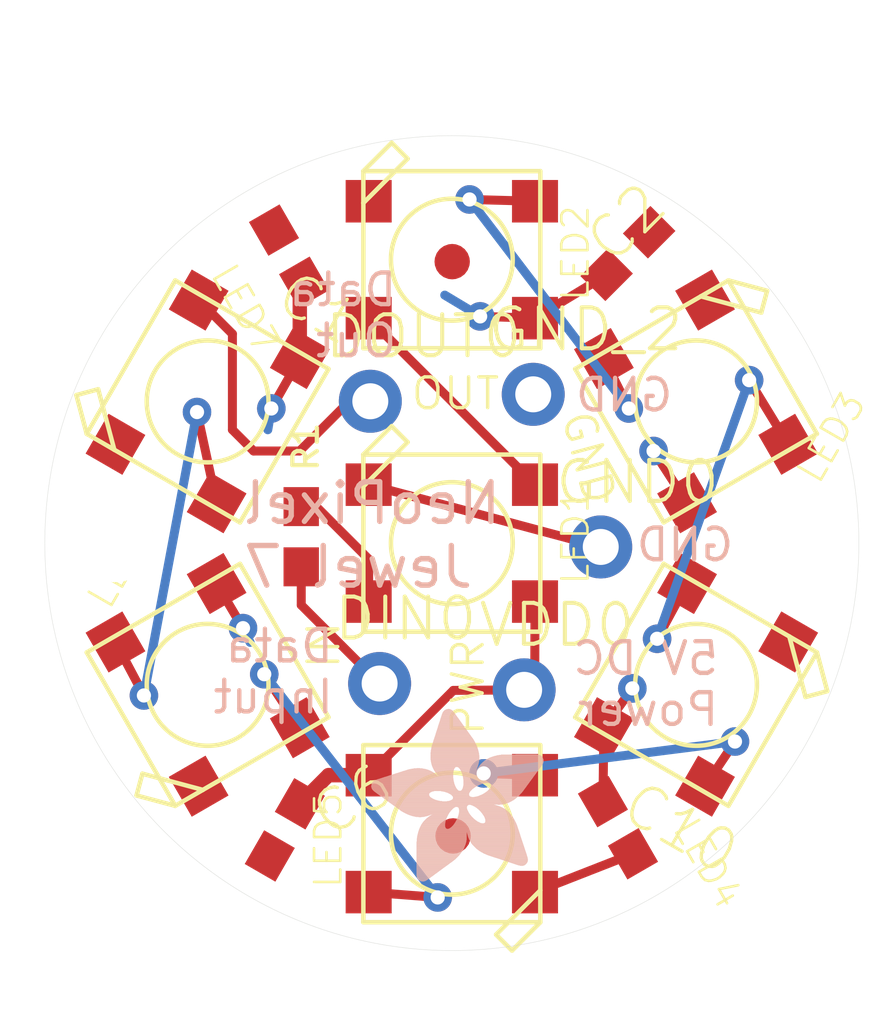
<source format=kicad_pcb>
(kicad_pcb (version 20211014) (generator pcbnew)
  (layers (0 "F.Cu" signal) (31 "B.Cu" signal) (34 "B.Paste" user) (35 "F.Paste" user) (36 "B.SilkS" user "B.Silkscreen") (37 "F.SilkS" user "F.Silkscreen") (38 "B.Mask" user) (39 "F.Mask" user) (44 "Edge.Cuts" user))
  (net 0 "")
  (net 1 "VDD")
  (net 2 "GND")
  (net 3 "N$1")
  (net 4 "N$2")
  (net 5 "N$3")
  (net 6 "N$4")
  (net 7 "N$5")
  (net 8 "N$6")
  (net 9 "N$13")
  (net 10 "N$12")
  (net 11 "N$7")
  (footprint "" (layer "F.Cu") (at 139.0011 105.0036)
    (fp_text reference "@HOLE1" hide)
    (fp_text value "" (at 0 0) (layer "F.SilkS") (effects (font (size 1.27 1.27))))
    (pad "" np_thru_hole circle (at 0 0) (size 2.2 2.2) (drill 2.2) (layers *.Cu *.Mask))
  )
  (footprint "boardEagle:WS2812B-NARROW" (layer "F.Cu") (at 148.5011 97.0036)
    (fp_text reference "LED2" (at 3.4925 -1.5875 90) (layer "F.SilkS") (effects (font (size 0.739648 0.739648) (thickness 0.073152)) (justify right)))
    (fp_text value "WS2812B5050" hide)
    (pad "1-VDD" smd rect (at 2.35 1.65 180) (size 1.3 1.2) (layers "F.Cu" "F.Paste" "F.Mask") (net 1 "VDD"))
    (pad "2-DOUT" smd rect (at 2.35 -1.65 180) (size 1.3 1.2) (layers "F.Cu" "F.Paste" "F.Mask") (net 4 "N$2"))
    (pad "3-GND" smd rect (at -2.35 -1.65 180) (size 1.3 1.2) (layers "F.Cu" "F.Paste" "F.Mask") (net 2 "GND"))
    (pad "4-DIN" smd rect (at -2.35 1.65 180) (size 1.3 1.2) (layers "F.Cu" "F.Paste" "F.Mask") (net 3 "N$1"))
  )
  (footprint "boardEagle:1X01-CLEANBIG" (layer "F.Cu") (at 146.460375 108.96644)
    (fp_text reference "DIN0" (at -1.3462 -1.8288) (layer "F.SilkS") (effects (font (size 1.1557 1.1557) (thickness 0.1143)) (justify left)))
    (fp_text value "")
    (pad "1" thru_hole circle (at 0 0) (size 1.778 1.778) (drill 1.016) (layers *.Cu *.Mask) (net 9 "N$13"))
  )
  (footprint "boardEagle:FIDUCIAL_1MM" (layer "F.Cu") (at 148.5361 113.2686)
    (fp_text reference "FID2" hide)
    (fp_text value "FIDUCIAL\"\"" hide)
    (pad "1" smd roundrect (at 0 0) (size 1 1) (layers "F.Cu" "F.Mask") (roundrect_rratio 0.5))
  )
  (footprint "boardEagle:C0603" (layer "F.Cu") (at 153.475446 96.829254 45)
    (fp_text reference "C2" (at -0.635002 -0.635002 45) (layer "F.SilkS") (effects (font (size 1.176528 1.176528) (thickness 0.093472)) (justify left)))
    (fp_text value "1uF")
    (pad "1" smd rect (at -0.85 0 45) (size 1.1 1) (layers "F.Cu" "F.Paste" "F.Mask") (net 1 "VDD"))
    (pad "2" smd rect (at 0.85 0 45) (size 1.1 1) (layers "F.Cu" "F.Paste" "F.Mask") (net 2 "GND"))
  )
  (footprint "boardEagle:WS2812B-NARROW" (layer "F.Cu") (at 155.4011 101.0036 -60)
    (fp_text reference "LED3" (at 3.492499 -1.587497 -120) (layer "F.SilkS") (effects (font (size 0.739648 0.739648) (thickness 0.073152)) (justify left)))
    (fp_text value "WS2812B5050" hide)
    (pad "1-VDD" smd rect (at 2.35 1.65 120) (size 1.3 1.2) (layers "F.Cu" "F.Paste" "F.Mask") (net 1 "VDD"))
    (pad "2-DOUT" smd rect (at 2.35 -1.65 120) (size 1.3 1.2) (layers "F.Cu" "F.Paste" "F.Mask") (net 5 "N$3"))
    (pad "3-GND" smd rect (at -2.35 -1.65 120) (size 1.3 1.2) (layers "F.Cu" "F.Paste" "F.Mask") (net 2 "GND"))
    (pad "4-DIN" smd rect (at -2.35 1.65 120) (size 1.3 1.2) (layers "F.Cu" "F.Paste" "F.Mask") (net 4 "N$2"))
  )
  (footprint "boardEagle:1X01-CLEANBIG" (layer "F.Cu") (at 150.8011 100.8036)
    (fp_text reference "GND_2" (at -1.3462 -1.8288) (layer "F.SilkS") (effects (font (size 1.1557 1.1557) (thickness 0.1143)) (justify left)))
    (fp_text value "")
    (pad "1" thru_hole circle (at 0 0) (size 1.778 1.778) (drill 1.016) (layers *.Cu *.Mask) (net 2 "GND"))
  )
  (footprint "boardEagle:1X01-CLEANBIG" (layer "F.Cu") (at 150.544165 109.1448)
    (fp_text reference "VDD0" (at -1.3462 -1.8288) (layer "F.SilkS") (effects (font (size 1.1557 1.1557) (thickness 0.1143)) (justify left)))
    (fp_text value "")
    (pad "1" thru_hole circle (at 0 0) (size 1.778 1.778) (drill 1.016) (layers *.Cu *.Mask) (net 1 "VDD"))
  )
  (footprint "boardEagle:WS2812B-NARROW" (layer "F.Cu") (at 141.6011 101.0036 60)
    (fp_text reference "LED7" (at 3.492498 -1.587495 -240) (layer "F.SilkS") (effects (font (size 0.739648 0.739648) (thickness 0.073152)) (justify left)))
    (fp_text value "WS2812B5050" hide)
    (pad "1-VDD" smd rect (at 2.35 1.65 240) (size 1.3 1.2) (layers "F.Cu" "F.Paste" "F.Mask") (net 1 "VDD"))
    (pad "2-DOUT" smd rect (at 2.35 -1.65 240) (size 1.3 1.2) (layers "F.Cu" "F.Paste" "F.Mask") (net 11 "N$7"))
    (pad "3-GND" smd rect (at -2.35 -1.65 240) (size 1.3 1.2) (layers "F.Cu" "F.Paste" "F.Mask") (net 2 "GND"))
    (pad "4-DIN" smd rect (at -2.35 1.65 240) (size 1.3 1.2) (layers "F.Cu" "F.Paste" "F.Mask") (net 8 "N$6"))
  )
  (footprint "" (layer "F.Cu") (at 158.0011 105.0036)
    (fp_text reference "@HOLE0" hide)
    (fp_text value "" (at 0 0) (layer "F.SilkS") (effects (font (size 1.27 1.27))))
    (pad "" np_thru_hole circle (at 0 0) (size 2.2 2.2) (drill 2.2) (layers *.Cu *.Mask))
  )
  (footprint "boardEagle:WS2812B-NARROW" (layer "F.Cu") (at 148.5011 113.2036 180)
    (fp_text reference "LED5" (at 3.4925 -1.5875 90) (layer "F.SilkS") (effects (font (size 0.739648 0.739648) (thickness 0.073152)) (justify left)))
    (fp_text value "WS2812B5050" hide)
    (pad "1-VDD" smd rect (at 2.35 1.65) (size 1.3 1.2) (layers "F.Cu" "F.Paste" "F.Mask") (net 1 "VDD"))
    (pad "2-DOUT" smd rect (at 2.35 -1.65) (size 1.3 1.2) (layers "F.Cu" "F.Paste" "F.Mask") (net 7 "N$5"))
    (pad "3-GND" smd rect (at -2.35 -1.65) (size 1.3 1.2) (layers "F.Cu" "F.Paste" "F.Mask") (net 2 "GND"))
    (pad "4-DIN" smd rect (at -2.35 1.65) (size 1.3 1.2) (layers "F.Cu" "F.Paste" "F.Mask") (net 6 "N$4"))
  )
  (footprint "boardEagle:1X01-CLEANBIG" (layer "F.Cu") (at 146.197707 100.999388)
    (fp_text reference "DOUT0" (at -1.3462 -1.8288) (layer "F.SilkS") (effects (font (size 1.1557 1.1557) (thickness 0.1143)) (justify left)))
    (fp_text value "")
    (pad "1" thru_hole circle (at 0 0) (size 1.778 1.778) (drill 1.016) (layers *.Cu *.Mask) (net 11 "N$7"))
  )
  (footprint "boardEagle:WS2812B-NARROW" (layer "F.Cu") (at 148.5011 105.0036)
    (fp_text reference "LED1" (at 3.4925 -1.5875 90) (layer "F.SilkS") (effects (font (size 0.739648 0.739648) (thickness 0.073152)) (justify right)))
    (fp_text value "WS2812B5050" hide)
    (pad "1-VDD" smd rect (at 2.35 1.65 180) (size 1.3 1.2) (layers "F.Cu" "F.Paste" "F.Mask") (net 1 "VDD"))
    (pad "2-DOUT" smd rect (at 2.35 -1.65 180) (size 1.3 1.2) (layers "F.Cu" "F.Paste" "F.Mask") (net 3 "N$1"))
    (pad "3-GND" smd rect (at -2.35 -1.65 180) (size 1.3 1.2) (layers "F.Cu" "F.Paste" "F.Mask") (net 2 "GND"))
    (pad "4-DIN" smd rect (at -2.35 1.65 180) (size 1.3 1.2) (layers "F.Cu" "F.Paste" "F.Mask") (net 10 "N$12"))
  )
  (footprint "boardEagle:FIDUCIAL_1MM" (layer "F.Cu") (at 148.5111 97.0586)
    (fp_text reference "FID1" hide)
    (fp_text value "FIDUCIAL\"\"" hide)
    (pad "1" smd roundrect (at 0 0) (size 1 1) (layers "F.Cu" "F.Mask") (roundrect_rratio 0.5))
  )
  (footprint "boardEagle:C0603" (layer "F.Cu") (at 143.9011 96.9036 120)
    (fp_text reference "C1" (at -0.635003 -0.635 -30) (layer "F.SilkS") (effects (font (size 1.176528 1.176528) (thickness 0.093472)) (justify left)))
    (fp_text value "1uF")
    (pad "1" smd rect (at -0.85 0 120) (size 1.1 1) (layers "F.Cu" "F.Paste" "F.Mask") (net 1 "VDD"))
    (pad "2" smd rect (at 0.85 0 120) (size 1.1 1) (layers "F.Cu" "F.Paste" "F.Mask") (net 2 "GND"))
  )
  (footprint "boardEagle:WS2812B-NARROW" (layer "F.Cu") (at 141.6011 109.0036 120)
    (fp_text reference "LED6" (at 3.492499 -1.587497 60) (layer "F.SilkS") (effects (font (size 0.739648 0.739648) (thickness 0.073152)) (justify left)))
    (fp_text value "WS2812B5050" hide)
    (pad "1-VDD" smd rect (at 2.35 1.65 300) (size 1.3 1.2) (layers "F.Cu" "F.Paste" "F.Mask") (net 1 "VDD"))
    (pad "2-DOUT" smd rect (at 2.35 -1.65 300) (size 1.3 1.2) (layers "F.Cu" "F.Paste" "F.Mask") (net 8 "N$6"))
    (pad "3-GND" smd rect (at -2.35 -1.65 300) (size 1.3 1.2) (layers "F.Cu" "F.Paste" "F.Mask") (net 2 "GND"))
    (pad "4-DIN" smd rect (at -2.35 1.65 300) (size 1.3 1.2) (layers "F.Cu" "F.Paste" "F.Mask") (net 7 "N$5"))
  )
  (footprint "boardEagle:C0603" (layer "F.Cu") (at 153.195093 113.035203 -60)
    (fp_text reference "C10" (at -0.635002 -0.635 -210) (layer "F.SilkS") (effects (font (size 1.176528 1.176528) (thickness 0.093472)) (justify left)))
    (fp_text value "1uF")
    (pad "1" smd rect (at -0.85 0 300) (size 1.1 1) (layers "F.Cu" "F.Paste" "F.Mask") (net 1 "VDD"))
    (pad "2" smd rect (at 0.85 0 300) (size 1.1 1) (layers "F.Cu" "F.Paste" "F.Mask") (net 2 "GND"))
  )
  (footprint "boardEagle:C0603" (layer "F.Cu") (at 143.78186 113.097568 -120)
    (fp_text reference "C6" (at -0.635003 -0.635001 -150) (layer "F.SilkS") (effects (font (size 1.176528 1.176528) (thickness 0.093472)) (justify left)))
    (fp_text value "1uF")
    (pad "1" smd rect (at -0.85 0 240) (size 1.1 1) (layers "F.Cu" "F.Paste" "F.Mask") (net 1 "VDD"))
    (pad "2" smd rect (at 0.85 0 240) (size 1.1 1) (layers "F.Cu" "F.Paste" "F.Mask") (net 2 "GND"))
  )
  (footprint "boardEagle:WS2812B-NARROW" (layer "F.Cu") (at 155.4011 109.0036 -120)
    (fp_text reference "LED4" (at 3.492498 -1.587495 -60) (layer "F.SilkS") (effects (font (size 0.739648 0.739648) (thickness 0.073152)) (justify left)))
    (fp_text value "WS2812B5050" hide)
    (pad "1-VDD" smd rect (at 2.35 1.65 60) (size 1.3 1.2) (layers "F.Cu" "F.Paste" "F.Mask") (net 1 "VDD"))
    (pad "2-DOUT" smd rect (at 2.35 -1.65 60) (size 1.3 1.2) (layers "F.Cu" "F.Paste" "F.Mask") (net 6 "N$4"))
    (pad "3-GND" smd rect (at -2.35 -1.65 60) (size 1.3 1.2) (layers "F.Cu" "F.Paste" "F.Mask") (net 2 "GND"))
    (pad "4-DIN" smd rect (at -2.35 1.65 60) (size 1.3 1.2) (layers "F.Cu" "F.Paste" "F.Mask") (net 5 "N$3"))
  )
  (footprint "boardEagle:0603-NO" (layer "F.Cu") (at 144.245929 104.822666 90)
    (fp_text reference "R1" (at 1.778 0.127 90) (layer "F.SilkS") (effects (font (size 0.692831 0.692831) (thickness 0.119969)) (justify left)))
    (fp_text value "470")
    (pad "1" smd rect (at -0.85 0 90) (size 1.1 1) (layers "F.Cu" "F.Paste" "F.Mask") (net 9 "N$13"))
    (pad "2" smd rect (at 0.85 0 90) (size 1.1 1) (layers "F.Cu" "F.Paste" "F.Mask") (net 10 "N$12"))
  )
  (footprint "boardEagle:1X01-CLEANBIG" (layer "F.Cu") (at 152.708237 105.111259)
    (fp_text reference "GND0" (at -1.3462 -1.828799) (layer "F.SilkS") (effects (font (size 1.1557 1.1557) (thickness 0.1143)) (justify left)))
    (fp_text value "")
    (pad "1" thru_hole circle (at 0 0) (size 1.778 1.778) (drill 1.016) (layers *.Cu *.Mask) (net 2 "GND"))
  )
  (footprint "boardEagle:ADAFRUIT_5MM" (layer "B.Cu") (at 151.0961 114.5506 180)
    (fp_text reference "U$3" hide)
    (fp_text value "" hide)
  )
  (gr_circle (center 148.5011 105.0036) (end 160.001534 105.0036) (layer "Edge.Cuts") (width 0.01) (fill none))
  (gr_text "Data\nOut" (at 147.0061 99.8136) (layer "B.SilkS") (effects (font (size 0.89408 0.89408) (thickness 0.12192)) (justify left bottom mirror)))
  (gr_text "GND" (at 154.8121 101.3466) (layer "B.SilkS") (effects (font (size 0.89408 0.89408) (thickness 0.12192)) (justify left bottom mirror)))
  (gr_text "NeoPixel\nJewel 7" (at 142.5321 103.2256) (layer "B.SilkS") (effects (font (size 1.1176 1.1176) (thickness 0.1524)) (justify right top mirror)))
  (gr_text "GND" (at 156.5311 105.5736) (layer "B.SilkS") (effects (font (size 0.89408 0.89408) (thickness 0.12192)) (justify left bottom mirror)))
  (gr_text "Data\nInput" (at 145.2161 109.8686) (layer "B.SilkS") (effects (font (size 0.89408 0.89408) (thickness 0.12192)) (justify left bottom mirror)))
  (gr_text "5V DC\nPower" (at 156.102831 110.220584) (layer "B.SilkS") (effects (font (size 0.89408 0.89408) (thickness 0.12192)) (justify left bottom mirror)))
  (gr_text "OUT" (at 147.29796 101.290307) (layer "F.SilkS") (effects (font (size 0.86868 0.86868) (thickness 0.09652)) (justify left bottom)))
  (gr_text "PWR" (at 148.450682 107.639606 90) (layer "F.SilkS") (effects (font (size 0.86868 0.86868) (thickness 0.09652)) (justify right top)))
  (gr_text "GND" (at 153.21434 103.799941 285) (layer "F.SilkS") (effects (font (size 0.86868 0.86868) (thickness 0.09652)) (justify right top)))
  (gr_text "IN" (at 145.388379 108.607925 90) (layer "F.SilkS") (effects (font (size 0.86868 0.86868) (thickness 0.09652)) (justify left bottom)))
  (segment (start 144.205044 99.793441) (end 143.4011 101.2036) (width 0.254) (layer "F.Cu") (net 1))
  (segment (start 146.1511 111.5536) (end 148.544165 109.160534) (width 0.254) (layer "F.Cu") (net 1))
  (segment (start 144.20686 112.361446) (end 145.014707 111.5536) (width 0.4064) (layer "F.Cu") (net 1))
  (segment (start 144.3261 97.639722) (end 144.205044 97.760779) (width 0.4064) (layer "F.Cu") (net 1))
  (segment (start 155.147156 103.863763) (end 154.2011 102.4036) (width 0.254) (layer "F.Cu") (net 1))
  (segment (start 141.855044 106.143437) (end 142.6011 107.4036) (width 0.254) (layer "F.Cu") (net 1))
  (segment (start 150.844165 108.760534) (end 150.544165 109.1448) (width 0.254) (layer "F.Cu") (net 1))
  (segment (start 150.8511 98.6536) (end 152.874403 97.430297) (width 0.254) (layer "F.Cu") (net 1))
  (segment (start 145.014707 111.5536) (end 146.1511 111.5536) (width 0.4064) (layer "F.Cu") (net 1))
  (segment (start 152.797156 110.213759) (end 153.6011 109.1036) (width 0.254) (layer "F.Cu") (net 1))
  (segment (start 144.205044 97.760779) (end 144.205044 99.793441) (width 0.4064) (layer "F.Cu") (net 1))
  (segment (start 152.770093 112.299081) (end 152.797156 110.213759) (width 0.254) (layer "F.Cu") (net 1))
  (segment (start 150.8511 98.6536) (end 149.3011 98.6036) (width 0.254) (layer "F.Cu") (net 1))
  (segment (start 150.8511 106.6536) (end 150.844165 108.760534) (width 0.254) (layer "F.Cu") (net 1))
  (segment (start 148.544165 109.160534) (end 150.544165 109.1448) (width 0.254) (layer "F.Cu") (net 1))
  (via (at 153.6011 109.1036) (size 0.8064) (drill 0.4) (layers "F.Cu" "B.Cu") (net 1))
  (via (at 143.4011 101.2036) (size 0.8064) (drill 0.4) (layers "F.Cu" "B.Cu") (net 1))
  (via (at 142.6011 107.4036) (size 0.8064) (drill 0.4) (layers "F.Cu" "B.Cu") (net 1))
  (via (at 154.2011 102.4036) (size 0.8064) (drill 0.4) (layers "F.Cu" "B.Cu") (net 1))
  (via (at 149.3011 98.6036) (size 0.8064) (drill 0.4) (layers "F.Cu" "B.Cu") (net 1))
  (segment (start 154.2011 102.4036) (end 154.0011 102.3036) (width 0.254) (layer "B.Cu") (net 1))
  (segment (start 153.6011 109.1036) (end 153.8011 108.9036) (width 0.254) (layer "B.Cu") (net 1))
  (segment (start 149.3011 98.6036) (end 148.3011 98.0036) (width 0.254) (layer "B.Cu") (net 1))
  (segment (start 143.4011 101.2036) (end 143.3011 101.8036) (width 0.254) (layer "B.Cu") (net 1))
  (segment (start 142.6011 107.4036) (end 142.8011 107.8036) (width 0.254) (layer "B.Cu") (net 1))
  (segment (start 150.8511 114.8536) (end 153.620093 113.771321) (width 0.254) (layer "F.Cu") (net 2))
  (segment (start 146.1511 103.3536) (end 152.708237 105.111259) (width 0.254) (layer "F.Cu") (net 2))
  (segment (start 146.1511 98.6536) (end 150.8511 103.3536) (width 0.254) (layer "F.Cu") (net 3))
  (segment (start 153.5011 101.2036) (end 152.797156 99.793441) (width 0.254) (layer "F.Cu") (net 4))
  (segment (start 150.8511 95.3536) (end 149.0011 95.3036) (width 0.254) (layer "F.Cu") (net 4))
  (via (at 149.0011 95.3036) (size 0.8064) (drill 0.4) (layers "F.Cu" "B.Cu") (net 4))
  (via (at 153.5011 101.2036) (size 0.8064) (drill 0.4) (layers "F.Cu" "B.Cu") (net 4))
  (segment (start 149.0011 95.3036) (end 153.5011 101.2036) (width 0.254) (layer "B.Cu") (net 4))
  (segment (start 158.00504 102.213763) (end 156.9011 100.4036) (width 0.254) (layer "F.Cu") (net 5))
  (segment (start 154.3011 107.7036) (end 155.147156 106.143437) (width 0.254) (layer "F.Cu") (net 5))
  (via (at 154.3011 107.7036) (size 0.8064) (drill 0.4) (layers "F.Cu" "B.Cu") (net 5))
  (via (at 156.9011 100.4036) (size 0.8064) (drill 0.4) (layers "F.Cu" "B.Cu") (net 5))
  (segment (start 156.9011 100.4036) (end 154.3011 107.7036) (width 0.254) (layer "B.Cu") (net 5))
  (segment (start 155.65504 111.863759) (end 156.5011 110.6036) (width 0.254) (layer "F.Cu") (net 6))
  (segment (start 149.4011 111.5036) (end 150.8511 111.5536) (width 0.254) (layer "F.Cu") (net 6))
  (via (at 149.4011 111.5036) (size 0.8064) (drill 0.4) (layers "F.Cu" "B.Cu") (net 6))
  (via (at 156.5011 110.6036) (size 0.8064) (drill 0.4) (layers "F.Cu" "B.Cu") (net 6))
  (segment (start 156.5011 110.6036) (end 149.4011 111.5036) (width 0.254) (layer "B.Cu") (net 6))
  (segment (start 143.2011 108.7036) (end 144.205044 110.213759) (width 0.254) (layer "F.Cu") (net 7))
  (segment (start 146.1511 114.8536) (end 148.1011 115.0036) (width 0.254) (layer "F.Cu") (net 7))
  (via (at 148.1011 115.0036) (size 0.8064) (drill 0.4) (layers "F.Cu" "B.Cu") (net 7))
  (via (at 143.2011 108.7036) (size 0.8064) (drill 0.4) (layers "F.Cu" "B.Cu") (net 7))
  (segment (start 148.1011 115.0036) (end 143.2011 108.7036) (width 0.254) (layer "B.Cu") (net 7))
  (segment (start 141.3011 101.3036) (end 141.855044 103.863763) (width 0.254) (layer "F.Cu") (net 8))
  (segment (start 138.99716 107.793437) (end 139.8011 109.3036) (width 0.254) (layer "F.Cu") (net 8))
  (via (at 141.3011 101.3036) (size 0.8064) (drill 0.4) (layers "F.Cu" "B.Cu") (net 8))
  (via (at 139.8011 109.3036) (size 0.8064) (drill 0.4) (layers "F.Cu" "B.Cu") (net 8))
  (segment (start 139.8011 109.3036) (end 141.3011 101.3036) (width 0.254) (layer "B.Cu") (net 8))
  (segment (start 144.245929 106.751993) (end 144.245929 105.672665) (width 0.254) (layer "F.Cu") (net 9))
  (segment (start 146.460375 108.96644) (end 144.245929 106.751993) (width 0.254) (layer "F.Cu") (net 9))
  (segment (start 146.1511 105.4536) (end 146.1511 106.6536) (width 0.254) (layer "F.Cu") (net 10))
  (segment (start 144.670166 103.972666) (end 146.1511 105.4536) (width 0.254) (layer "F.Cu") (net 10))
  (segment (start 144.245929 103.972666) (end 144.670166 103.972666) (width 0.254) (layer "F.Cu") (net 10))
  (segment (start 142.3011 99.097382) (end 142.3011 101.8036) (width 0.254) (layer "F.Cu") (net 11))
  (segment (start 141.34716 98.143441) (end 142.3011 99.097382) (width 0.254) (layer "F.Cu") (net 11))
  (segment (start 145.805313 100.799388) (end 146.197707 100.999388) (width 0.254) (layer "F.Cu") (net 11))
  (segment (start 144.2011 102.4036) (end 145.805313 100.799388) (width 0.254) (layer "F.Cu") (net 11))
  (segment (start 142.3011 101.8036) (end 142.9011 102.4036) (width 0.254) (layer "F.Cu") (net 11))
  (segment (start 142.9011 102.4036) (end 144.2011 102.4036) (width 0.254) (layer "F.Cu") (net 11))
)
</source>
